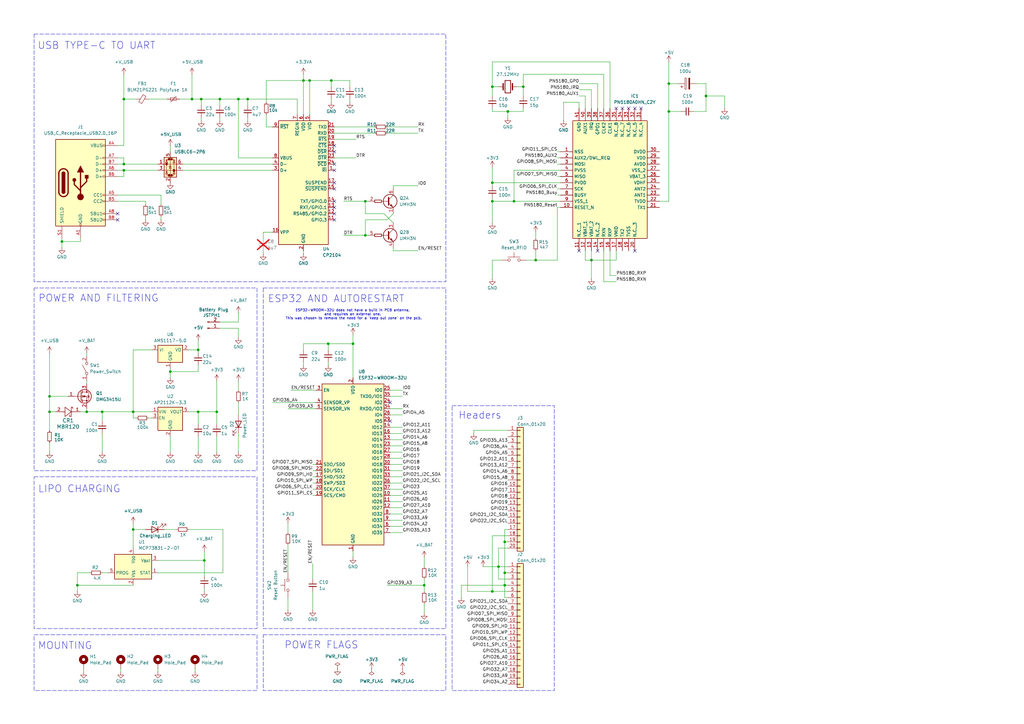
<source format=kicad_sch>
(kicad_sch (version 20231120) (generator "eeschema") (generator_version "8.0")
  (paper "A3")
  (title_block (title "ESP32 Board") (rev "1.0") (comment 1 "https://www.youtube.com/watch?v=b-7bMl6fJio") (comment 2 "https://cdn-learn.adafruit.com/assets/assets/000/041/630/original/feather_schem.png?1494449413") (comment 3 "https://dl.espressif.com/dl/schematics/ESP32-Core-Board-V2_sch.pdf"))
  (junction (at 219.71 106.68))
  (junction (at 173.99 240.03))
  (junction (at 201.93 35.56))
  (junction (at 207.01 234.95))
  (junction (at 274.32 45.72))
  (junction (at 274.32 34.29))
  (junction (at 242.57 106.68))
  (junction (at 201.93 242.57))
  (junction (at 207.01 240.03))
  (junction (at 214.63 35.56))
  (junction (at 207.01 222.25))
  (junction (at 208.28 45.72))
  (junction (at 41.91 168.91))
  (junction (at 97.79 40.64))
  (junction (at 134.62 140.97))
  (junction (at 54.61 217.17))
  (junction (at 31.75 240.03))
  (junction (at 69.85 152.4))
  (junction (at 54.61 168.91))
  (junction (at 101.6 40.64))
  (junction (at 25.4 99.06))
  (junction (at 201.93 74.93))
  (junction (at 81.28 168.91))
  (junction (at 50.8 69.85))
  (junction (at 20.32 162.56))
  (junction (at 149.86 96.52))
  (junction (at 50.8 67.31))
  (junction (at 127 33.02))
  (junction (at 144.78 140.97))
  (junction (at 20.32 168.91))
  (junction (at 82.55 40.64))
  (junction (at 201.93 82.55))
  (junction (at 81.28 143.51))
  (junction (at 88.9 168.91))
  (junction (at 135.89 33.02))
  (junction (at 149.86 82.55))
  (junction (at 204.47 232.41))
  (junction (at 289.56 39.37))
  (junction (at 124.46 33.02))
  (junction (at 50.8 40.64))
  (junction (at 83.82 229.87))
  (junction (at 210.82 82.55))
  (junction (at 78.74 40.64))
  (junction (at 35.56 168.91))
  (junction (at 90.17 40.64))
  (no_connect (at 137.16 62.23))
  (no_connect (at 260.35 44.45))
  (no_connect (at 137.16 87.63))
  (no_connect (at 137.16 77.47))
  (no_connect (at 160.02 172.72))
  (no_connect (at 257.81 44.45))
  (no_connect (at 260.35 102.87))
  (no_connect (at 245.11 102.87))
  (no_connect (at 48.26 90.17))
  (no_connect (at 48.26 87.63))
  (no_connect (at 137.16 85.09))
  (no_connect (at 137.16 59.69))
  (no_connect (at 137.16 69.85))
  (no_connect (at 137.16 67.31))
  (no_connect (at 137.16 74.93))
  (no_connect (at 237.49 102.87))
  (no_connect (at 137.16 90.17))
  (no_connect (at 262.89 44.45))
  (no_connect (at 137.16 82.55))
  (no_connect (at 160.02 165.1))
  (no_connect (at 255.27 44.45))
  (no_connect (at 252.73 44.45))
  (wire (pts (xy 81.28 139.7) (xy 81.28 143.51)))
  (wire (pts (xy 228.6 62.23) (xy 229.87 62.23)))
  (wire (pts (xy 201.93 82.55) (xy 201.93 91.44)))
  (wire (pts (xy 101.6 48.26) (xy 101.6 49.53)))
  (wire (pts (xy 143.51 40.64) (xy 143.51 41.91)))
  (wire (pts (xy 33.02 168.91) (xy 35.56 168.91)))
  (wire (pts (xy 48.26 80.01) (xy 66.04 80.01)))
  (wire (pts (xy 41.91 168.91) (xy 41.91 172.72)))
  (wire (pts (xy 173.99 237.49) (xy 173.99 240.03)))
  (wire (pts (xy 201.93 242.57) (xy 208.28 242.57)))
  (wire (pts (xy 128.27 231.14) (xy 128.27 237.49)))
  (wire (pts (xy 149.86 90.17) (xy 149.86 96.52)))
  (wire (pts (xy 219.71 106.68) (xy 228.6 106.68)))
  (wire (pts (xy 289.56 34.29) (xy 289.56 39.37)))
  (wire (pts (xy 204.47 224.79) (xy 204.47 232.41)))
  (wire (pts (xy 31.75 234.95) (xy 31.75 240.03)))
  (wire (pts (xy 88.9 168.91) (xy 88.9 173.99)))
  (wire (pts (xy 109.22 52.07) (xy 109.22 46.99)))
  (wire (pts (xy 274.32 34.29) (xy 274.32 45.72)))
  (wire (pts (xy 66.04 80.01) (xy 66.04 83.82)))
  (wire (pts (xy 124.46 140.97) (xy 124.46 143.51)))
  (wire (pts (xy 20.32 162.56) (xy 20.32 168.91)))
  (wire (pts (xy 54.61 168.91) (xy 62.23 168.91)))
  (wire (pts (xy 191.77 242.57) (xy 201.93 242.57)))
  (wire (pts (xy 90.17 132.08) (xy 97.79 132.08)))
  (wire (pts (xy 20.32 144.78) (xy 20.32 162.56)))
  (wire (pts (xy 54.61 171.45) (xy 54.61 168.91)))
  (wire (pts (xy 160.02 170.18) (xy 165.1 170.18)))
  (wire (pts (xy 54.61 143.51) (xy 62.23 143.51)))
  (wire (pts (xy 48.26 82.55) (xy 59.69 82.55)))
  (wire (pts (xy 161.29 91.44) (xy 157.48 87.63)))
  (wire (pts (xy 118.11 218.44) (xy 118.11 214.63)))
  (wire (pts (xy 25.4 99.06) (xy 25.4 101.6)))
  (wire (pts (xy 214.63 30.48) (xy 214.63 35.56)))
  (wire (pts (xy 207.01 217.17) (xy 207.01 222.25)))
  (wire (pts (xy 160.02 213.36) (xy 165.1 213.36)))
  (wire (pts (xy 77.47 143.51) (xy 81.28 143.51)))
  (wire (pts (xy 67.31 217.17) (xy 72.39 217.17)))
  (wire (pts (xy 228.6 64.77) (xy 229.87 64.77)))
  (wire (pts (xy 41.91 177.8) (xy 41.91 185.42)))
  (wire (pts (xy 201.93 45.72) (xy 201.93 44.45)))
  (wire (pts (xy 90.17 40.64) (xy 90.17 43.18)))
  (wire (pts (xy 173.99 240.03) (xy 173.99 242.57)))
  (wire (pts (xy 210.82 82.55) (xy 229.87 82.55)))
  (wire (pts (xy 160.02 162.56) (xy 165.1 162.56)))
  (wire (pts (xy 160.02 167.64) (xy 165.1 167.64)))
  (wire (pts (xy 274.32 45.72) (xy 279.4 45.72)))
  (wire (pts (xy 198.12 232.41) (xy 204.47 232.41)))
  (wire (pts (xy 228.6 80.01) (xy 229.87 80.01)))
  (wire (pts (xy 88.9 179.07) (xy 88.9 185.42)))
  (wire (pts (xy 137.16 64.77) (xy 146.05 64.77)))
  (wire (pts (xy 118.11 167.64) (xy 129.54 167.64)))
  (wire (pts (xy 149.86 82.55) (xy 149.86 87.63)))
  (wire (pts (xy 49.53 274.32) (xy 49.53 275.59)))
  (wire (pts (xy 119.38 160.02) (xy 129.54 160.02)))
  (wire (pts (xy 201.93 114.3) (xy 201.93 106.68)))
  (wire (pts (xy 20.32 162.56) (xy 27.94 162.56)))
  (wire (pts (xy 250.19 25.4) (xy 201.93 25.4)))
  (wire (pts (xy 214.63 44.45) (xy 214.63 45.72)))
  (wire (pts (xy 160.02 187.96) (xy 165.1 187.96)))
  (wire (pts (xy 160.02 208.28) (xy 165.1 208.28)))
  (wire (pts (xy 247.65 30.48) (xy 247.65 44.45)))
  (wire (pts (xy 90.17 48.26) (xy 90.17 49.53)))
  (wire (pts (xy 111.76 165.1) (xy 129.54 165.1)))
  (wire (pts (xy 158.75 54.61) (xy 171.45 54.61)))
  (wire (pts (xy 189.23 240.03) (xy 207.01 240.03)))
  (wire (pts (xy 149.86 90.17) (xy 158.75 90.17)))
  (wire (pts (xy 285.75 34.29) (xy 289.56 34.29)))
  (wire (pts (xy 60.96 40.64) (xy 68.58 40.64)))
  (wire (pts (xy 83.82 229.87) (xy 83.82 236.22)))
  (wire (pts (xy 50.8 67.31) (xy 64.77 67.31)))
  (wire (pts (xy 173.99 228.6) (xy 173.99 232.41)))
  (wire (pts (xy 201.93 68.58) (xy 201.93 74.93)))
  (wire (pts (xy 50.8 64.77) (xy 50.8 67.31)))
  (wire (pts (xy 41.91 234.95) (xy 44.45 234.95)))
  (wire (pts (xy 54.61 217.17) (xy 59.69 217.17)))
  (wire (pts (xy 81.28 144.78) (xy 81.28 143.51)))
  (wire (pts (xy 144.78 137.16) (xy 144.78 140.97)))
  (wire (pts (xy 137.16 57.15) (xy 146.05 57.15)))
  (wire (pts (xy 54.61 217.17) (xy 54.61 224.79)))
  (wire (pts (xy 212.09 35.56) (xy 214.63 35.56)))
  (wire (pts (xy 74.93 67.31) (xy 111.76 67.31)))
  (wire (pts (xy 208.28 245.11) (xy 207.01 245.11)))
  (wire (pts (xy 77.47 217.17) (xy 91.44 217.17)))
  (wire (pts (xy 245.11 34.29) (xy 245.11 44.45)))
  (wire (pts (xy 74.93 69.85) (xy 111.76 69.85)))
  (wire (pts (xy 97.79 156.21) (xy 97.79 160.02)))
  (wire (pts (xy 41.91 168.91) (xy 54.61 168.91)))
  (wire (pts (xy 69.85 152.4) (xy 69.85 154.94)))
  (wire (pts (xy 33.02 99.06) (xy 25.4 99.06)))
  (wire (pts (xy 229.87 69.85) (xy 210.82 69.85)))
  (wire (pts (xy 160.02 205.74) (xy 165.1 205.74)))
  (wire (pts (xy 201.93 106.68) (xy 205.74 106.68)))
  (wire (pts (xy 124.46 140.97) (xy 134.62 140.97)))
  (wire (pts (xy 149.86 96.52) (xy 151.13 96.52)))
  (wire (pts (xy 118.11 234.95) (xy 118.11 223.52)))
  (wire (pts (xy 54.61 143.51) (xy 54.61 168.91)))
  (wire (pts (xy 208.28 217.17) (xy 207.01 217.17)))
  (wire (pts (xy 90.17 40.64) (xy 97.79 40.64)))
  (wire (pts (xy 207.01 222.25) (xy 207.01 234.95)))
  (wire (pts (xy 35.56 167.64) (xy 35.56 168.91)))
  (wire (pts (xy 78.74 40.64) (xy 78.74 30.48)))
  (wire (pts (xy 250.19 113.03) (xy 252.73 113.03)))
  (wire (pts (xy 64.77 234.95) (xy 91.44 234.95)))
  (wire (pts (xy 270.51 82.55) (xy 274.32 82.55)))
  (wire (pts (xy 48.26 59.69) (xy 50.8 59.69)))
  (wire (pts (xy 81.28 168.91) (xy 88.9 168.91)))
  (wire (pts (xy 90.17 134.62) (xy 97.79 134.62)))
  (wire (pts (xy 128.27 193.04) (xy 129.54 193.04)))
  (wire (pts (xy 128.27 190.5) (xy 129.54 190.5)))
  (wire (pts (xy 160.02 185.42) (xy 165.1 185.42)))
  (wire (pts (xy 81.28 179.07) (xy 81.28 185.42)))
  (wire (pts (xy 97.79 165.1) (xy 97.79 170.18)))
  (wire (pts (xy 219.71 95.25) (xy 219.71 97.79)))
  (wire (pts (xy 35.56 144.78) (xy 35.56 146.05)))
  (wire (pts (xy 135.89 40.64) (xy 135.89 41.91)))
  (wire (pts (xy 289.56 39.37) (xy 289.56 45.72)))
  (wire (pts (xy 242.57 36.83) (xy 242.57 44.45)))
  (wire (pts (xy 160.02 203.2) (xy 165.1 203.2)))
  (wire (pts (xy 137.16 52.07) (xy 153.67 52.07)))
  (wire (pts (xy 107.95 102.87) (xy 107.95 104.14)))
  (wire (pts (xy 35.56 156.21) (xy 35.56 157.48)))
  (wire (pts (xy 82.55 40.64) (xy 90.17 40.64)))
  (wire (pts (xy 189.23 240.03) (xy 189.23 245.11)))
  (wire (pts (xy 204.47 237.49) (xy 204.47 232.41)))
  (wire (pts (xy 201.93 82.55) (xy 210.82 82.55)))
  (wire (pts (xy 289.56 45.72) (xy 284.48 45.72)))
  (wire (pts (xy 127 33.02) (xy 124.46 33.02)))
  (wire (pts (xy 201.93 81.28) (xy 201.93 82.55)))
  (wire (pts (xy 97.79 40.64) (xy 97.79 64.77)))
  (wire (pts (xy 160.02 193.04) (xy 165.1 193.04)))
  (wire (pts (xy 161.29 102.87) (xy 171.45 102.87)))
  (wire (pts (xy 219.71 106.68) (xy 219.71 102.87)))
  (wire (pts (xy 149.86 82.55) (xy 151.13 82.55)))
  (wire (pts (xy 73.66 40.64) (xy 78.74 40.64)))
  (wire (pts (xy 134.62 140.97) (xy 134.62 143.51)))
  (wire (pts (xy 127 33.02) (xy 127 46.99)))
  (wire (pts (xy 137.16 54.61) (xy 153.67 54.61)))
  (wire (pts (xy 201.93 74.93) (xy 201.93 76.2)))
  (wire (pts (xy 160.02 182.88) (xy 165.1 182.88)))
  (wire (pts (xy 48.26 72.39) (xy 50.8 72.39)))
  (wire (pts (xy 50.8 72.39) (xy 50.8 69.85)))
  (wire (pts (xy 80.01 274.32) (xy 80.01 275.59)))
  (wire (pts (xy 81.28 168.91) (xy 81.28 173.99)))
  (wire (pts (xy 252.73 115.57) (xy 247.65 115.57)))
  (wire (pts (xy 128.27 200.66) (xy 129.54 200.66)))
  (wire (pts (xy 124.46 30.48) (xy 124.46 33.02)))
  (wire (pts (xy 140.97 82.55) (xy 149.86 82.55)))
  (wire (pts (xy 50.8 69.85) (xy 64.77 69.85)))
  (wire (pts (xy 64.77 274.32) (xy 64.77 275.59)))
  (wire (pts (xy 107.95 95.25) (xy 111.76 95.25)))
  (wire (pts (xy 124.46 148.59) (xy 124.46 149.86)))
  (wire (pts (xy 247.65 30.48) (xy 214.63 30.48)))
  (wire (pts (xy 208.28 222.25) (xy 207.01 222.25)))
  (wire (pts (xy 242.57 102.87) (xy 242.57 106.68)))
  (wire (pts (xy 242.57 106.68) (xy 252.73 106.68)))
  (wire (pts (xy 214.63 35.56) (xy 214.63 39.37)))
  (wire (pts (xy 207.01 240.03) (xy 208.28 240.03)))
  (wire (pts (xy 201.93 25.4) (xy 201.93 35.56)))
  (wire (pts (xy 97.79 64.77) (xy 111.76 64.77)))
  (wire (pts (xy 201.93 39.37) (xy 201.93 35.56)))
  (wire (pts (xy 20.32 181.61) (xy 20.32 185.42)))
  (wire (pts (xy 128.27 242.57) (xy 128.27 250.19)))
  (wire (pts (xy 69.85 151.13) (xy 69.85 152.4)))
  (wire (pts (xy 208.28 45.72) (xy 208.28 48.26)))
  (wire (pts (xy 134.62 140.97) (xy 144.78 140.97)))
  (wire (pts (xy 107.95 95.25) (xy 107.95 97.79)))
  (wire (pts (xy 160.02 195.58) (xy 165.1 195.58)))
  (wire (pts (xy 97.79 177.8) (xy 97.79 185.42)))
  (wire (pts (xy 20.32 168.91) (xy 22.86 168.91)))
  (wire (pts (xy 240.03 106.68) (xy 242.57 106.68)))
  (wire (pts (xy 50.8 30.48) (xy 50.8 40.64)))
  (wire (pts (xy 242.57 106.68) (xy 242.57 114.3)))
  (wire (pts (xy 237.49 39.37) (xy 240.03 39.37)))
  (wire (pts (xy 59.69 82.55) (xy 59.69 83.82)))
  (wire (pts (xy 124.46 102.87) (xy 124.46 104.14)))
  (wire (pts (xy 54.61 214.63) (xy 54.61 217.17)))
  (wire (pts (xy 208.28 237.49) (xy 204.47 237.49)))
  (wire (pts (xy 31.75 234.95) (xy 36.83 234.95)))
  (wire (pts (xy 237.49 41.91) (xy 237.49 44.45)))
  (wire (pts (xy 297.18 44.45) (xy 297.18 39.37)))
  (wire (pts (xy 127 33.02) (xy 135.89 33.02)))
  (wire (pts (xy 160.02 218.44) (xy 165.1 218.44)))
  (wire (pts (xy 207.01 234.95) (xy 208.28 234.95)))
  (wire (pts (xy 60.96 171.45) (xy 62.23 171.45)))
  (wire (pts (xy 81.28 152.4) (xy 69.85 152.4)))
  (wire (pts (xy 140.97 96.52) (xy 149.86 96.52)))
  (wire (pts (xy 50.8 40.64) (xy 55.88 40.64)))
  (wire (pts (xy 173.99 247.65) (xy 173.99 251.46)))
  (wire (pts (xy 82.55 40.64) (xy 82.55 43.18)))
  (wire (pts (xy 97.79 40.64) (xy 101.6 40.64)))
  (wire (pts (xy 78.74 40.64) (xy 82.55 40.64)))
  (wire (pts (xy 128.27 195.58) (xy 129.54 195.58)))
  (wire (pts (xy 20.32 168.91) (xy 20.32 176.53)))
  (wire (pts (xy 25.4 97.79) (xy 25.4 99.06)))
  (wire (pts (xy 247.65 102.87) (xy 247.65 115.57)))
  (wire (pts (xy 160.02 160.02) (xy 165.1 160.02)))
  (wire (pts (xy 91.44 234.95) (xy 91.44 217.17)))
  (wire (pts (xy 208.28 176.53) (xy 194.31 176.53)))
  (wire (pts (xy 83.82 229.87) (xy 83.82 226.06)))
  (wire (pts (xy 160.02 198.12) (xy 165.1 198.12)))
  (wire (pts (xy 204.47 232.41) (xy 208.28 232.41)))
  (wire (pts (xy 143.51 33.02) (xy 143.51 35.56)))
  (wire (pts (xy 161.29 76.2) (xy 171.45 76.2)))
  (wire (pts (xy 34.29 274.32) (xy 34.29 275.59)))
  (wire (pts (xy 124.46 33.02) (xy 124.46 46.99)))
  (wire (pts (xy 66.04 88.9) (xy 66.04 90.17)))
  (wire (pts (xy 128.27 203.2) (xy 129.54 203.2)))
  (wire (pts (xy 149.86 87.63) (xy 157.48 87.63)))
  (wire (pts (xy 208.28 224.79) (xy 204.47 224.79)))
  (wire (pts (xy 194.31 176.53) (xy 194.31 177.8)))
  (wire (pts (xy 101.6 40.64) (xy 101.6 43.18)))
  (wire (pts (xy 228.6 85.09) (xy 229.87 85.09)))
  (wire (pts (xy 252.73 106.68) (xy 252.73 102.87)))
  (wire (pts (xy 144.78 140.97) (xy 144.78 154.94)))
  (wire (pts (xy 81.28 149.86) (xy 81.28 152.4)))
  (wire (pts (xy 88.9 156.21) (xy 88.9 168.91)))
  (wire (pts (xy 134.62 148.59) (xy 134.62 149.86)))
  (wire (pts (xy 231.14 41.91) (xy 237.49 41.91)))
  (wire (pts (xy 48.26 64.77) (xy 50.8 64.77)))
  (wire (pts (xy 191.77 232.41) (xy 191.77 242.57)))
  (wire (pts (xy 228.6 106.68) (xy 228.6 85.09)))
  (wire (pts (xy 158.75 52.07) (xy 171.45 52.07)))
  (wire (pts (xy 250.19 102.87) (xy 250.19 113.03)))
  (wire (pts (xy 160.02 200.66) (xy 165.1 200.66)))
  (wire (pts (xy 231.14 41.91) (xy 231.14 49.53)))
  (wire (pts (xy 101.6 40.64) (xy 121.92 40.64)))
  (wire (pts (xy 160.02 180.34) (xy 165.1 180.34)))
  (wire (pts (xy 33.02 97.79) (xy 33.02 99.06)))
  (wire (pts (xy 59.69 88.9) (xy 59.69 90.17)))
  (wire (pts (xy 128.27 198.12) (xy 129.54 198.12)))
  (wire (pts (xy 201.93 35.56) (xy 204.47 35.56)))
  (wire (pts (xy 215.9 106.68) (xy 219.71 106.68)))
  (wire (pts (xy 31.75 240.03) (xy 54.61 240.03)))
  (wire (pts (xy 274.32 34.29) (xy 278.13 34.29)))
  (wire (pts (xy 144.78 226.06) (xy 144.78 228.6)))
  (wire (pts (xy 82.55 48.26) (xy 82.55 49.53)))
  (wire (pts (xy 207.01 234.95) (xy 207.01 240.03)))
  (wire (pts (xy 48.26 69.85) (xy 50.8 69.85)))
  (wire (pts (xy 208.28 45.72) (xy 201.93 45.72)))
  (wire (pts (xy 135.89 33.02) (xy 143.51 33.02)))
  (wire (pts (xy 250.19 25.4) (xy 250.19 44.45)))
  (wire (pts (xy 31.75 240.03) (xy 31.75 242.57)))
  (wire (pts (xy 64.77 229.87) (xy 83.82 229.87)))
  (wire (pts (xy 50.8 59.69) (xy 50.8 40.64)))
  (wire (pts (xy 274.32 25.4) (xy 274.32 34.29)))
  (wire (pts (xy 69.85 179.07) (xy 69.85 185.42)))
  (wire (pts (xy 161.29 87.63) (xy 158.75 90.17)))
  (wire (pts (xy 160.02 175.26) (xy 165.1 175.26)))
  (wire (pts (xy 160.02 190.5) (xy 165.1 190.5)))
  (wire (pts (xy 207.01 245.11) (xy 207.01 240.03)))
  (wire (pts (xy 35.56 168.91) (xy 41.91 168.91)))
  (wire (pts (xy 97.79 134.62) (xy 97.79 138.43)))
  (wire (pts (xy 240.03 102.87) (xy 240.03 106.68)))
  (wire (pts (xy 237.49 34.29) (xy 245.11 34.29)))
  (wire (pts (xy 69.85 59.69) (xy 69.85 62.23)))
  (wire (pts (xy 121.92 40.64) (xy 121.92 46.99)))
  (wire (pts (xy 237.49 36.83) (xy 242.57 36.83)))
  (wire (pts (xy 228.6 67.31) (xy 229.87 67.31)))
  (wire (pts (xy 160.02 215.9) (xy 165.1 215.9)))
  (wire (pts (xy 208.28 45.72) (xy 214.63 45.72)))
  (wire (pts (xy 135.89 33.02) (xy 135.89 35.56)))
  (wire (pts (xy 109.22 33.02) (xy 124.46 33.02)))
  (wire (pts (xy 109.22 41.91) (xy 109.22 33.02)))
  (wire (pts (xy 161.29 76.2) (xy 161.29 77.47)))
  (wire (pts (xy 83.82 241.3) (xy 83.82 242.57)))
  (wire (pts (xy 111.76 52.07) (xy 109.22 52.07)))
  (wire (pts (xy 55.88 171.45) (xy 54.61 171.45)))
  (wire (pts (xy 228.6 72.39) (xy 229.87 72.39)))
  (wire (pts (xy 274.32 45.72) (xy 274.32 82.55)))
  (wire (pts (xy 160.02 210.82) (xy 165.1 210.82)))
  (wire (pts (xy 118.11 245.11) (xy 118.11 250.19)))
  (wire (pts (xy 229.87 74.93) (xy 201.93 74.93)))
  (wire (pts (xy 50.8 67.31) (xy 48.26 67.31)))
  (wire (pts (xy 201.93 219.71) (xy 208.28 219.71)))
  (wire (pts (xy 158.75 240.03) (xy 173.99 240.03)))
  (wire (pts (xy 228.6 77.47) (xy 229.87 77.47)))
  (wire (pts (xy 201.93 219.71) (xy 201.93 242.57)))
  (wire (pts (xy 240.03 39.37) (xy 240.03 44.45)))
  (wire (pts (xy 289.56 39.37) (xy 297.18 39.37)))
  (wire (pts (xy 161.29 101.6) (xy 161.29 102.87)))
  (wire (pts (xy 160.02 177.8) (xy 165.1 177.8)))
  (wire (pts (xy 210.82 69.85) (xy 210.82 82.55)))
  (wire (pts (xy 97.79 132.08) (xy 97.79 128.27)))
  (wire (pts (xy 77.47 168.91) (xy 81.28 168.91)))
  (rectangle (start 185.42 166.37) (end 227.33 283.21) (stroke (width 0) (type dash)))
  (rectangle (start 107.95 260.35) (end 182.88 283.21) (stroke (width 0) (type dash)))
  (rectangle (start 13.97 195.58) (end 105.41 257.81) (stroke (width 0) (type dash)))
  (rectangle (start 13.97 260.35) (end 105.41 283.21) (stroke (width 0) (type dash)))
  (rectangle (start 107.95 118.11) (end 182.88 257.81) (stroke (width 0) (type dash)))
  (rectangle (start 13.97 13.97) (end 182.88 115.57) (stroke (width 0) (type dash)))
  (rectangle (start 13.97 118.11) (end 105.41 193.04) (stroke (width 0) (type dash)))
  (text "LIPO CHARGING" (at 32.512 200.66 0) (effects (font (size 2.921 2.921))))
  (text "Headers" (at 196.85 170.434 0) (effects (font (size 2.921 2.921))))
  (text "ESP32-WROOM-32U does not have a built in PCB antenna, \nand requires an external one. \nThis was chosen to remove the need for a 'keep out zone' on the pcb." (at 145.034 129.032 0) (effects (font (size 1.016 1.016))))
  (text "USB TYPE-C TO UART" (at 39.624 18.796 0) (effects (font (size 2.921 2.921))))
  (text "ESP32 AND AUTORESTART" (at 137.922 122.682 0) (effects (font (size 2.921 2.921))))
  (text "POWER FLAGS" (at 131.826 264.668 0) (effects (font (size 2.921 2.921))))
  (text "MOUNTING" (at 26.67 264.922 0) (effects (font (size 2.921 2.921))))
  (text "POWER AND FILTERING" (at 40.386 122.428 0) (effects (font (size 2.921 2.921))))
  (label "GPIO11_SPI_CS" (at 208.28 265.43 180))
  (label "GPIO27_A10" (at 165.1 208.28 0))
  (label "GPIO25_A1" (at 208.28 267.97 180))
  (label "DTR" (at 146.05 64.77 0))
  (label "GPIO09_SPI_HD" (at 208.28 257.81 180))
  (label "RTS" (at 140.97 82.55 0))
  (label "GPIO32_A7" (at 208.28 275.59 180))
  (label "GPIO36_A4" (at 111.76 165.1 0))
  (label "GPIO34_A2" (at 165.1 215.9 0))
  (label "GPIO19" (at 165.1 193.04 0))
  (label "GPIO26_A0" (at 165.1 205.74 0))
  (label "GPIO18" (at 165.1 190.5 0))
  (label "EN{slash}RESET" (at 119.38 160.02 0))
  (label "GPIO4_A5" (at 165.1 170.18 0))
  (label "GPIO09_SPI_HD" (at 128.27 195.58 180))
  (label "EN{slash}RESET" (at 128.27 231.14 90))
  (label "PN5180_IRQ" (at 237.49 36.83 180))
  (label "GPIO14_A6" (at 165.1 180.34 0))
  (label "GPIO10_SPI_WP" (at 128.27 198.12 180))
  (label "GPIO08_SPI_MOSI" (at 208.28 255.27 180))
  (label "RTS" (at 146.05 57.15 0))
  (label "GPIO4_A5" (at 208.28 186.69 180))
  (label "GPIO39_A3" (at 118.11 167.64 0))
  (label "GPIO07_SPI_MISO" (at 228.6 72.39 180))
  (label "GPIO11_SPI_CS" (at 128.27 203.2 180))
  (label "GPIO13_A12" (at 165.1 177.8 0))
  (label "GPIO22_I2C_SCL" (at 208.28 250.19 180))
  (label "GPIO21_I2C_SDA" (at 165.1 195.58 0))
  (label "GPIO07_SPI_MISO" (at 208.28 252.73 180))
  (label "GPIO18" (at 208.28 204.47 180))
  (label "GPIO08_SPI_MOSI" (at 128.27 193.04 180))
  (label "GPIO06_SPI_CLK" (at 228.6 77.47 180))
  (label "GPIO17" (at 165.1 187.96 0))
  (label "RX" (at 171.45 52.07 0))
  (label "GPIO14_A6" (at 208.28 194.31 180))
  (label "PN5180_AUX1" (at 237.49 39.37 180))
  (label "GPIO34_A2" (at 208.28 280.67 180))
  (label "PN5180_GP0" (at 237.49 34.29 180))
  (label "GPIO15_A8" (at 208.28 196.85 180))
  (label "GPIO16" (at 208.28 199.39 180))
  (label "GPIO21_I2C_SDA" (at 208.28 247.65 180))
  (label "DTR" (at 140.97 96.52 0))
  (label "GPIO16" (at 165.1 185.42 0))
  (label "GPIO12_A11" (at 208.28 189.23 180))
  (label "GPIO06_SPI_CLK" (at 128.27 200.66 180))
  (label "GPIO27_A10" (at 208.28 273.05 180))
  (label "GPIO10_SPI_WP" (at 208.28 260.35 180))
  (label "IO0" (at 171.45 76.2 0))
  (label "GPIO07_SPI_MISO" (at 128.27 190.5 180))
  (label "RX" (at 165.1 167.64 0))
  (label "EN{slash}RESET" (at 118.11 234.95 90))
  (label "GPIO22_I2C_SCL" (at 165.1 198.12 0))
  (label "GPIO25_A1" (at 165.1 203.2 0))
  (label "GPIO35_A13" (at 208.28 181.61 180))
  (label "TX" (at 165.1 162.56 0))
  (label "GPIO39_A3" (at 158.75 240.03 0))
  (label "GPIO13_A12" (at 208.28 191.77 180))
  (label "GPIO17" (at 208.28 201.93 180))
  (label "GPIO06_SPI_CLK" (at 208.28 262.89 180))
  (label "GPIO12_A11" (at 165.1 175.26 0))
  (label "GPIO21_I2C_SDA" (at 208.28 212.09 180))
  (label "GPIO36_A4" (at 208.28 184.15 180))
  (label "GPIO08_SPI_MOSI" (at 228.6 67.31 180))
  (label "PN5180_RXN" (at 252.73 115.57 0))
  (label "GPIO26_A0" (at 208.28 270.51 180))
  (label "IO0" (at 165.1 160.02 0))
  (label "GPIO11_SPI_CS" (at 228.6 62.23 180))
  (label "GPIO33_A9" (at 165.1 213.36 0))
  (label "GPIO33_A9" (at 208.28 278.13 180))
  (label "GPIO23" (at 165.1 200.66 0))
  (label "GPIO19" (at 208.28 207.01 180))
  (label "TX" (at 171.45 54.61 0))
  (label "GPIO32_A7" (at 165.1 210.82 0))
  (label "GPIO15_A8" (at 165.1 182.88 0))
  (label "PN5180_AUX2" (at 228.6 64.77 180))
  (label "PN5180_Reset" (at 228.6 85.09 180))
  (label "GPIO35_A13" (at 165.1 218.44 0))
  (label "GPIO23" (at 208.28 209.55 180))
  (label "PN5180_RXP" (at 252.73 113.03 0))
  (label "GPIO22_I2C_SCL" (at 208.28 214.63 180))
  (label "PN5180_Busy" (at 228.6 80.01 180))
  (label "EN{slash}RESET" (at 171.45 102.87 0))
  (symbol (lib_id "Device:R_Small") (at 66.04 86.36 0) (unit 1)
    (property "Reference" "R5" (at 67.056 85.344 0) (effects (justify left)))
    (property "Value" "5k1" (at 67.056 87.122 0) (effects (justify left)))
    (property "Footprint" "Resistor_THT:R_Axial_DIN0207_L6.3mm_D2.5mm_P10.16mm_Horizontal" (effects (hide yes)))
    (property "Description" "Resistor, small symbol" (effects (hide yes)))
  )
  (symbol (lib_id "power:GND") (at 69.85 154.94 0) (unit 1)
    (property "Reference" "#PWR062" (effects (hide yes)))
    (property "Value" "GND" (at 69.85 158.75 0))
    (property "Description" "Power symbol creates a global label with name \"GND\" , ground" (effects (hide yes)))
  )
  (symbol (lib_id "Device:R_Small") (at 97.79 162.56 0) (unit 1)
    (property "Reference" "R7" (at 99.06 161.544 0) (effects (justify left)))
    (property "Value" "1K" (at 99.314 163.576 0) (effects (justify left)))
    (property "Footprint" "Resistor_THT:R_Axial_DIN0207_L6.3mm_D2.5mm_P10.16mm_Horizontal" (effects (hide yes)))
    (property "Description" "Resistor, small symbol" (effects (hide yes)))
  )
  (symbol (lib_id "Regulator_Linear:AP2112K-3.3") (at 69.85 171.45 0) (unit 1)
    (property "Reference" "U2" (at 69.85 162.56 0))
    (property "Value" "AP2112K-3.3" (at 69.85 165.1 0))
    (property "Footprint" "Package_TO_SOT_SMD:SOT-23-5" (effects (hide yes)))
    (property "Datasheet" "https://www.diodes.com/assets/Datasheets/AP2112.pdf" (effects (hide yes)))
    (property "Description" "600mA low dropout linear regulator, with enable pin, 3.8V-6V input voltage range, 3.3V fixed positive output, SOT-23-5" (effects (hide yes)))
  )
  (symbol (lib_id "power:GND") (at 144.78 228.6 0) (unit 1)
    (property "Reference" "#PWR042" (effects (hide yes)))
    (property "Value" "GND" (at 144.78 232.41 0))
  )
  (symbol (lib_id "power:GND") (at 135.89 41.91 0) (unit 1)
    (property "Reference" "#PWR038" (effects (hide yes)))
    (property "Value" "GND" (at 135.89 45.72 0))
    (property "Description" "Power symbol creates a global label with name \"GND\" , ground" (effects (hide yes)))
  )
  (symbol (lib_id "power:GND") (at 31.75 242.57 0) (unit 1)
    (property "Reference" "#PWR03" (effects (hide yes)))
    (property "Value" "GND" (at 31.75 246.38 0))
  )
  (symbol (lib_id "Switch:SW_Push") (at 118.11 240.03 90) (unit 1)
    (property "Reference" "SW2" (at 110.49 240.03 0))
    (property "Value" "Reset Button" (at 113.03 240.03 0))
    (property "Footprint" "Button_Switch_THT:SW_PUSH-12mm" (effects (hide yes)))
    (property "Description" "Push button switch, generic, two pins" (effects (hide yes)))
  )
  (symbol (lib_id "Device:C_Small") (at 281.94 45.72 90) (unit 1)
    (property "Reference" "C19" (at 281.9463 39.37 90))
    (property "Value" "100n" (at 281.9463 41.91 90))
  )
  (symbol (lib_id "power:PWR_FLAG") (at 165.1 274.32 180) (unit 1)
    (property "Reference" "#FLG03" (effects (hide yes)))
    (property "Value" "PWR_FLAG" (at 165.1 279.4 0))
  )
  (symbol (lib_id "power:+BATT") (at 173.99 228.6 0) (unit 1)
    (property "Reference" "#PWR043" (effects (hide yes)))
    (property "Value" "+V_BAT" (at 173.99 223.52 0))
    (property "Description" "Power symbol creates a global label with name \"+BATT\"" (effects (hide yes)))
  )
  (symbol (lib_id "power:GND") (at 208.28 48.26 0) (unit 1)
    (property "Reference" "#PWR051" (effects (hide yes)))
    (property "Value" "GND" (at 208.28 52.07 0))
  )
  (symbol (lib_id "Device:R_Small") (at 109.22 44.45 0) (unit 1)
    (property "Reference" "R8" (at 110.236 43.434 0) (effects (justify left)))
    (property "Value" "10k" (at 110.236 45.212 0) (effects (justify left)))
    (property "Footprint" "Resistor_THT:R_Axial_DIN0207_L6.3mm_D2.5mm_P10.16mm_Horizontal" (effects (hide yes)))
    (property "Description" "Resistor, small symbol" (effects (hide yes)))
  )
  (symbol (lib_id "Device:C_Small") (at 81.28 176.53 0) (unit 1)
    (property "Reference" "C2" (at 83.058 175.26 0) (effects (justify left)))
    (property "Value" "10u" (at 83.058 177.8 0) (effects (justify left)))
    (property "Description" "Unpolarized capacitor, small symbol" (effects (hide yes)))
  )
  (symbol (lib_id "power:GND") (at 34.29 275.59 0) (unit 1)
    (property "Reference" "#PWR05" (effects (hide yes)))
    (property "Value" "GND" (at 34.29 279.4 0))
    (property "Description" "Power symbol creates a global label with name \"GND\" , ground" (effects (hide yes)))
  )
  (symbol (lib_id "Device:C_Small") (at 107.95 100.33 0) (unit 1) (in_bom no) (on_board no) (dnp yes)
    (property "Reference" "C8" (at 109.728 99.06 0) (effects (justify left)))
    (property "Value" "4u7" (at 109.728 101.6 0) (effects (justify left)))
    (property "Footprint" "Capacitor_SMD:C_0805_2012Metric_Pad1.18x1.45mm_HandSolder" (effects (hide yes)))
    (property "Description" "Unpolarized capacitor, small symbol" (effects (hide yes)))
  )
  (symbol (lib_id "Connector:Conn_01x02_Pin") (at 85.09 134.62 0) (mirror x) (unit 1)
    (property "Reference" "JSTPH1" (at 86.868 129.286 0))
    (property "Value" "Battery Plug" (at 87.63 127 0))
    (property "Footprint" "Connector_JST:JST_PH_S2B-PH-K_1x02_P2.00mm_Horizontal" (effects (hide yes)))
    (property "Description" "Generic connector, single row, 01x02, script generated" (effects (hide yes)))
  )
  (symbol (lib_id "power:+5VP") (at 54.61 214.63 0) (unit 1)
    (property "Reference" "#PWR09" (effects (hide yes)))
    (property "Value" "+V_USB" (at 54.61 209.55 0))
    (property "Description" "Power symbol creates a global label with name \"+5VP\"" (effects (hide yes)))
  )
  (symbol (lib_id "power:GND") (at 66.04 90.17 0) (unit 1)
    (property "Reference" "#PWR013" (effects (hide yes)))
    (property "Value" "GND" (at 66.04 93.98 0))
    (property "Description" "Power symbol creates a global label with name \"GND\" , ground" (effects (hide yes)))
  )
  (symbol (lib_id "Device:R_Small") (at 74.93 217.17 270) (unit 1)
    (property "Reference" "R6" (at 73.279 215.011 90) (effects (justify left)))
    (property "Value" "1K" (at 73.787 219.329 90) (effects (justify left)))
    (property "Footprint" "Resistor_THT:R_Axial_DIN0207_L6.3mm_D2.5mm_P10.16mm_Horizontal" (effects (hide yes)))
    (property "Description" "Resistor, small symbol" (effects (hide yes)))
  )
  (symbol (lib_id "Transistor_BJT:UMH3N") (at 156.21 96.52 0) (unit 2)
    (property "Reference" "Q2" (at 163.83 95.2499 0) (effects (justify left)))
    (property "Value" "UMH3N" (at 163.83 97.7899 0) (effects (justify left)))
    (property "Footprint" "Package_TO_SOT_SMD:SOT-363_SC-70-6" (effects (hide yes)))
    (property "Datasheet" "http://rohmfs.rohm.com/en/products/databook/datasheet/discrete/transistor/digital/emh3t2r-e.pdf" (effects (hide yes)))
    (property "Description" "0.1A Ic, 50V Vce, Dual NPN Input Resistor Transistors, SOT-363" (effects (hide yes)))
  )
  (symbol (lib_id "Mechanical:MountingHole_Pad") (at 49.53 271.78 0) (unit 1)
    (property "Reference" "H2" (at 52.07 269.2399 0) (effects (justify left)))
    (property "Value" "Hole_Pad" (at 52.07 271.7799 0) (effects (justify left)))
    (property "Footprint" "MountingHole:MountingHole_2.2mm_M2_Pad_Via" (effects (hide yes)))
    (property "Description" "Mounting Hole with connection" (effects (hide yes)))
  )
  (symbol (lib_id "power:GND") (at 173.99 251.46 0) (unit 1)
    (property "Reference" "#PWR044" (effects (hide yes)))
    (property "Value" "GND" (at 173.99 255.27 0))
  )
  (symbol (lib_id "power:+BATT") (at 83.82 226.06 0) (unit 1)
    (property "Reference" "#PWR021" (effects (hide yes)))
    (property "Value" "+V_BAT" (at 83.82 220.98 0))
    (property "Description" "Power symbol creates a global label with name \"+BATT\"" (effects (hide yes)))
  )
  (symbol (lib_id "Device:C_Small") (at 128.27 240.03 0) (unit 1)
    (property "Reference" "C10" (at 130.81 238.7662 0) (effects (justify left)))
    (property "Value" "1u" (at 130.81 241.3062 0) (effects (justify left)))
  )
  (symbol (lib_id "Mechanical:MountingHole_Pad") (at 34.29 271.78 0) (unit 1)
    (property "Reference" "H1" (at 36.83 269.2399 0) (effects (justify left)))
    (property "Value" "Hole_Pad" (at 36.83 271.7799 0) (effects (justify left)))
    (property "Footprint" "MountingHole:MountingHole_2.2mm_M2_Pad_Via" (effects (hide yes)))
    (property "Description" "Mounting Hole with connection" (effects (hide yes)))
  )
  (symbol (lib_id "Device:C_Small") (at 41.91 175.26 0) (mirror y) (unit 1)
    (property "Reference" "C1" (at 40.132 173.99 0) (effects (justify left)))
    (property "Value" "100n" (at 40.132 176.53 0) (effects (justify left)))
    (property "Description" "Unpolarized capacitor, small symbol" (effects (hide yes)))
  )
  (symbol (lib_id "power:GND") (at 82.55 49.53 0) (unit 1)
    (property "Reference" "#PWR020" (effects (hide yes)))
    (property "Value" "GND" (at 82.55 53.34 0))
    (property "Description" "Power symbol creates a global label with name \"GND\" , ground" (effects (hide yes)))
  )
  (symbol (lib_id "power:GND") (at 97.79 185.42 0) (unit 1)
    (property "Reference" "#PWR027" (effects (hide yes)))
    (property "Value" "GND" (at 97.79 189.23 0))
    (property "Description" "Power symbol creates a global label with name \"GND\" , ground" (effects (hide yes)))
  )
  (symbol (lib_id "power:GND") (at 107.95 104.14 0) (unit 1)
    (property "Reference" "#PWR031" (effects (hide yes)))
    (property "Value" "GND" (at 107.95 107.95 0))
    (property "Description" "Power symbol creates a global label with name \"GND\" , ground" (effects (hide yes)))
  )
  (symbol (lib_id "power:+3.3V") (at 274.32 25.4 0) (unit 1)
    (property "Reference" "#PWR060" (effects (hide yes)))
    (property "Value" "+5V" (at 274.32 21.59 0))
  )
  (symbol (lib_id "Device:C_Small") (at 134.62 146.05 0) (unit 1)
    (property "Reference" "C12" (at 137.16 144.7863 0) (effects (justify left)))
    (property "Value" "100n" (at 137.16 147.3263 0) (effects (justify left)))
  )
  (symbol (lib_id "power:GND") (at 41.91 185.42 0) (unit 1)
    (property "Reference" "#PWR07" (effects (hide yes)))
    (property "Value" "GND" (at 41.91 189.23 0))
    (property "Description" "Power symbol creates a global label with name \"GND\" , ground" (effects (hide yes)))
  )
  (symbol (lib_id "Switch:SW_Push") (at 210.82 106.68 0) (unit 1)
    (property "Reference" "SW3" (at 210.82 99.06 0))
    (property "Value" "Reset_RFID" (at 210.82 101.6 0))
    (property "Description" "Push button switch, generic, two pins" (effects (hide yes)))
  )
  (symbol (lib_id "power:PWR_FLAG") (at 138.43 274.32 0) (unit 1)
    (property "Reference" "#FLG01" (effects (hide yes)))
    (property "Value" "PWR_FLAG" (at 133.35 269.24 0) (effects (justify left)))
  )
  (symbol (lib_id "Device:C_Small") (at 201.93 41.91 0) (unit 1)
    (property "Reference" "C16" (at 204.47 40.6462 0) (effects (justify left)))
    (property "Value" "15p" (at 204.47 43.1862 0) (effects (justify left)))
  )
  (symbol (lib_id "power:GND") (at 80.01 275.59 0) (unit 1)
    (property "Reference" "#PWR015" (effects (hide yes)))
    (property "Value" "GND" (at 80.01 279.4 0))
    (property "Description" "Power symbol creates a global label with name \"GND\" , ground" (effects (hide yes)))
  )
  (symbol (lib_id "power:PWR_FLAG") (at 152.4 274.32 180) (unit 1)
    (property "Reference" "#FLG02" (effects (hide yes)))
    (property "Value" "PWR_FLAG" (at 152.4 279.4 0))
  )
  (symbol (lib_id "Transistor_BJT:UMH3N") (at 156.21 82.55 0) (unit 1)
    (property "Reference" "Q2" (at 163.83 81.2799 0) (effects (justify left)))
    (property "Value" "UMH3N" (at 163.83 83.8199 0) (effects (justify left)))
    (property "Footprint" "Package_TO_SOT_SMD:SOT-363_SC-70-6" (effects (hide yes)))
    (property "Datasheet" "http://rohmfs.rohm.com/en/products/databook/datasheet/discrete/transistor/digital/emh3t2r-e.pdf" (effects (hide yes)))
    (property "Description" "0.1A Ic, 50V Vce, Dual NPN Input Resistor Transistors, SOT-363" (effects (hide yes)))
  )
  (symbol (lib_id "power:GND") (at 101.6 49.53 0) (unit 1)
    (property "Reference" "#PWR028" (effects (hide yes)))
    (property "Value" "GND" (at 101.6 53.34 0))
    (property "Description" "Power symbol creates a global label with name \"GND\" , ground" (effects (hide yes)))
  )
  (symbol (lib_id "power:+5V") (at 69.85 59.69 0) (unit 1)
    (property "Reference" "#PWR016" (effects (hide yes)))
    (property "Value" "+5V_USB" (at 65.532 55.118 0) (effects (justify left)))
    (property "Description" "Power symbol creates a global label with name \"+5V\"" (effects (hide yes)))
  )
  (symbol (lib_id "Device:C_Small") (at 143.51 38.1 0) (unit 1)
    (property "Reference" "C13" (at 145.288 36.83 0) (effects (justify left)))
    (property "Value" "100n" (at 145.288 39.37 0) (effects (justify left)))
    (property "Description" "Unpolarized capacitor, small symbol" (effects (hide yes)))
  )
  (symbol (lib_id "Device:LED") (at 97.79 173.99 270) (mirror x) (unit 1)
    (property "Reference" "D2" (at 95.123 172.593 0) (effects (justify right)))
    (property "Value" "Power_LED" (at 100.33 169.418 0) (effects (justify right)))
    (property "Footprint" "LED_THT:LED_D5.0mm" (effects (hide yes)))
    (property "Description" "Light emitting diode" (effects (hide yes)))
  )
  (symbol (lib_id "power:GND") (at 124.46 104.14 0) (unit 1)
    (property "Reference" "#PWR035" (effects (hide yes)))
    (property "Value" "GND" (at 124.46 107.95 0))
    (property "Description" "Power symbol creates a global label with name \"GND\" , ground" (effects (hide yes)))
  )
  (symbol (lib_id "power:GND") (at 242.57 114.3 0) (unit 1)
    (property "Reference" "#PWR050" (effects (hide yes)))
    (property "Value" "GND" (at 242.57 118.11 0))
  )
  (symbol (lib_id "power:GND") (at 59.69 90.17 0) (unit 1)
    (property "Reference" "#PWR012" (effects (hide yes)))
    (property "Value" "GND" (at 59.69 93.98 0))
    (property "Description" "Power symbol creates a global label with name \"GND\" , ground" (effects (hide yes)))
  )
  (symbol (lib_id "Device:C_Small") (at 82.55 45.72 0) (unit 1)
    (property "Reference" "C3" (at 84.328 44.45 0) (effects (justify left)))
    (property "Value" "22u" (at 84.328 46.99 0) (effects (justify left)))
    (property "Description" "Unpolarized capacitor, small symbol" (effects (hide yes)))
  )
  (symbol (lib_id "MBR120:MBR120LSFT3G") (at 22.86 168.91 0) (unit 1)
    (property "Reference" "CR1" (at 27.94 172.466 0) (effects (font (size 1.524 1.524))))
    (property "Value" "MBR120" (at 27.94 175.006 0) (effects (font (size 1.524 1.524))))
    (property "Footprint" "MBR120:SDO_SOD-123FL498_OSI" (effects (hide yes)))
    (property "Datasheet" "MBR120LSFT3G" (effects (hide yes)))
  )
  (symbol (lib_id "power:GND") (at 124.46 149.86 0) (unit 1)
    (property "Reference" "#PWR036" (effects (hide yes)))
    (property "Value" "GND" (at 124.46 153.67 0))
  )
  (symbol (lib_id "Device:Crystal") (at 208.28 35.56 0) (unit 1)
    (property "Reference" "Y1" (at 208.28 27.94 0))
    (property "Value" "27.12MHz" (at 208.28 30.48 0))
    (property "Description" "Two pin crystal" (effects (hide yes)))
  )
  (symbol (lib_id "power:GND") (at 97.79 138.43 0) (unit 1)
    (property "Reference" "#PWR030" (effects (hide yes)))
    (property "Value" "GND" (at 97.79 142.24 0))
    (property "Description" "Power symbol creates a global label with name \"GND\" , ground" (effects (hide yes)))
  )
  (symbol (lib_id "power:+3.3V") (at 201.93 68.58 0) (unit 1)
    (property "Reference" "#PWR048" (effects (hide yes)))
    (property "Value" "+3V3" (at 201.93 64.77 0))
  )
  (symbol (lib_id "Device:R_Small") (at 156.21 52.07 90) (unit 1)
    (property "Reference" "R10" (at 154.432 51.054 90) (effects (justify left)))
    (property "Value" "22R" (at 162.052 51.054 90) (effects (justify left)))
    (property "Footprint" "Resistor_THT:R_Axial_DIN0207_L6.3mm_D2.5mm_P10.16mm_Horizontal" (effects (hide yes)))
    (property "Description" "Resistor, small symbol" (effects (hide yes)))
  )
  (symbol (lib_id "Interface_USB:CP2104") (at 124.46 74.93 0) (unit 1)
    (property "Reference" "U4" (at 132.334 102.108 0) (effects (justify left)))
    (property "Value" "CP2104" (at 132.334 104.648 0) (effects (justify left)))
    (property "Footprint" "Package_DFN_QFN:QFN-24-1EP_4x4mm_P0.5mm_EP2.6x2.6mm" (effects (hide yes)))
    (property "Datasheet" "https://www.silabs.com/documents/public/data-sheets/cp2104.pdf" (effects (hide yes)))
    (property "Description" "Single-Chip USB-to-UART Bridge, USB 2.0 Full-Speed, 2Mbps UART, QFN-24" (effects (hide yes)))
  )
  (symbol (lib_id "power:+BATT") (at 35.56 144.78 0) (unit 1)
    (property "Reference" "#PWR06" (effects (hide yes)))
    (property "Value" "+V_BAT" (at 35.56 139.7 0))
    (property "Description" "Power symbol creates a global label with name \"+BATT\"" (effects (hide yes)))
  )
  (symbol (lib_id "power:+3.3V") (at 144.78 137.16 0) (unit 1)
    (property "Reference" "#PWR041" (effects (hide yes)))
    (property "Value" "+3V3" (at 144.78 133.35 0))
  )
  (symbol (lib_id "power:+5VP") (at 50.8 30.48 0) (unit 1)
    (property "Reference" "#PWR010" (effects (hide yes)))
    (property "Value" "+V_USB" (at 50.8 25.4 0))
    (property "Description" "Power symbol creates a global label with name \"+5VP\"" (effects (hide yes)))
  )
  (symbol (lib_id "Device:C_Polarized") (at 281.94 34.29 90) (unit 1)
    (property "Reference" "C18" (at 281.051 26.67 90))
    (property "Value" "100u" (at 281.051 29.21 90))
    (property "Description" "Polarized capacitor" (effects (hide yes)))
  )
  (symbol (lib_id "power:GND") (at 189.23 245.11 0) (unit 1)
    (property "Reference" "#PWR055" (effects (hide yes)))
    (property "Value" "GND" (at 189.23 248.92 0))
  )
  (symbol (lib_id "Device:R_Small") (at 20.32 179.07 0) (unit 1)
    (property "Reference" "R1" (at 22.225 178.435 0) (effects (justify left)))
    (property "Value" "10K" (at 22.225 180.34 0) (effects (justify left)))
    (property "Footprint" "Resistor_THT:R_Axial_DIN0207_L6.3mm_D2.5mm_P10.16mm_Horizontal" (effects (hide yes)))
  )
  (symbol (lib_id "Device:C_Small") (at 101.6 45.72 0) (unit 1)
    (property "Reference" "C7" (at 103.378 44.45 0) (effects (justify left)))
    (property "Value" "4u7" (at 103.378 46.99 0) (effects (justify left)))
    (property "Description" "Unpolarized capacitor, small symbol" (effects (hide yes)))
  )
  (symbol (lib_id "power:+3.3V") (at 165.1 274.32 0) (unit 1)
    (property "Reference" "#PWR057" (effects (hide yes)))
    (property "Value" "+5V" (at 165.1 270.51 0))
  )
  (symbol (lib_id "power:GND") (at 90.17 49.53 0) (unit 1)
    (property "Reference" "#PWR025" (effects (hide yes)))
    (property "Value" "GND" (at 90.17 53.34 0))
    (property "Description" "Power symbol creates a global label with name \"GND\" , ground" (effects (hide yes)))
  )
  (symbol (lib_id "Device:C_Small") (at 214.63 41.91 0) (unit 1)
    (property "Reference" "C17" (at 217.17 40.6462 0) (effects (justify left)))
    (property "Value" "15p" (at 217.17 43.1862 0) (effects (justify left)))
  )
  (symbol (lib_id "Regulator_Linear:AMS1117-5.0") (at 69.85 143.51 0) (unit 1)
    (property "Reference" "U6" (at 69.85 137.16 0))
    (property "Value" "AMS1117-5.0" (at 69.85 139.7 0))
    (property "Footprint" "Package_TO_SOT_SMD:SOT-223-3_TabPin2" (effects (hide yes)))
    (property "Datasheet" "http://www.advanced-monolithic.com/pdf/ds1117.pdf" (effects (hide yes)))
    (property "Description" "1A Low Dropout regulator, positive, 5.0V fixed output, SOT-223" (effects (hide yes)))
  )
  (symbol (lib_id "Device:C_Small") (at 88.9 176.53 0) (unit 1)
    (property "Reference" "C5" (at 90.678 175.26 0) (effects (justify left)))
    (property "Value" "1u" (at 90.678 177.8 0) (effects (justify left)))
    (property "Description" "Unpolarized capacitor, small symbol" (effects (hide yes)))
  )
  (symbol (lib_id "power:GND") (at 138.43 274.32 0) (unit 1)
    (property "Reference" "#PWR045" (effects (hide yes)))
    (property "Value" "GND" (at 138.43 279.4 0))
  )
  (symbol (lib_id "power:GND") (at 201.93 91.44 0) (unit 1)
    (property "Reference" "#PWR049" (effects (hide yes)))
    (property "Value" "GND" (at 201.93 95.25 0))
  )
  (symbol (lib_id "power:+BATT") (at 97.79 128.27 0) (unit 1)
    (property "Reference" "#PWR029" (effects (hide yes)))
    (property "Value" "+V_BAT" (at 97.79 123.19 0))
    (property "Description" "Power symbol creates a global label with name \"+BATT\"" (effects (hide yes)))
  )
  (symbol (lib_id "power:GND") (at 118.11 250.19 0) (unit 1)
    (property "Reference" "#PWR033" (effects (hide yes)))
    (property "Value" "GND" (at 118.11 254 0))
  )
  (symbol (lib_id "power:GND") (at 194.31 177.8 0) (unit 1)
    (property "Reference" "#PWR058" (effects (hide yes)))
    (property "Value" "GND" (at 194.31 181.61 0))
  )
  (symbol (lib_id "Device:C_Small") (at 135.89 38.1 0) (unit 1)
    (property "Reference" "C11" (at 137.668 36.83 0) (effects (justify left)))
    (property "Value" "22u" (at 137.668 39.37 0) (effects (justify left)))
    (property "Description" "Unpolarized capacitor, small symbol" (effects (hide yes)))
  )
  (symbol (lib_id "power:GND") (at 20.32 185.42 0) (unit 1)
    (property "Reference" "#PWR02" (effects (hide yes)))
    (property "Value" "GND" (at 20.32 189.23 0))
    (property "Description" "Power symbol creates a global label with name \"GND\" , ground" (effects (hide yes)))
  )
  (symbol (lib_id "Device:C_Small") (at 124.46 146.05 0) (unit 1)
    (property "Reference" "C9" (at 127.635 144.7863 0) (effects (justify left)))
    (property "Value" "22u" (at 127.635 147.3263 0) (effects (justify left)))
  )
  (symbol (lib_id "power:+3.3V") (at 88.9 156.21 0) (unit 1)
    (property "Reference" "#PWR023" (effects (hide yes)))
    (property "Value" "+3V3" (at 88.9 151.638 0))
  )
  (symbol (lib_id "power:+5V") (at 78.74 30.48 0) (unit 1)
    (property "Reference" "#PWR019" (effects (hide yes)))
    (property "Value" "+5V_USB" (at 74.422 25.4 0) (effects (justify left)))
    (property "Description" "Power symbol creates a global label with name \"+5V\"" (effects (hide yes)))
  )
  (symbol (lib_id "Device:R_Small") (at 173.99 245.11 0) (unit 1)
    (property "Reference" "R13" (at 175.26 244.094 0) (effects (justify left)))
    (property "Value" "10K" (at 175.514 246.126 0) (effects (justify left)))
    (property "Footprint" "Resistor_THT:R_Axial_DIN0207_L6.3mm_D2.5mm_P10.16mm_Horizontal" (effects (hide yes)))
    (property "Description" "Resistor, small symbol" (effects (hide yes)))
  )
  (symbol (lib_id "power:+3.3V") (at 118.11 214.63 0) (unit 1)
    (property "Reference" "#PWR032" (effects (hide yes)))
    (property "Value" "+3V3" (at 118.11 210.82 0))
  )
  (symbol (lib_id "Connector_Generic:Conn_01x20") (at 213.36 255.27 0) (unit 1)
    (property "Reference" "J2" (at 212.09 227.33 0) (effects (justify left)))
    (property "Value" "Conn_01x20" (at 212.09 229.87 0) (effects (justify left)))
    (property "Footprint" "Connector_PinSocket_2.54mm:PinSocket_1x20_P2.54mm_Vertical" (effects (hide yes)))
    (property "Description" "Generic connector, single row, 01x20, script generated (kicad-library-utils/schlib/autogen/connector/)" (effects (hide yes)))
  )
  (symbol (lib_id "power:GND") (at 81.28 185.42 0) (unit 1)
    (property "Reference" "#PWR018" (effects (hide yes)))
    (property "Value" "GND" (at 81.28 189.23 0))
    (property "Description" "Power symbol creates a global label with name \"GND\" , ground" (effects (hide yes)))
  )
  (symbol (lib_id "Connector_Generic:Conn_01x20") (at 213.36 199.39 0) (unit 1)
    (property "Reference" "J3" (at 212.09 171.45 0) (effects (justify left)))
    (property "Value" "Conn_01x20" (at 212.09 173.99 0) (effects (justify left)))
    (property "Footprint" "Connector_PinSocket_2.54mm:PinSocket_1x20_P2.54mm_Vertical" (effects (hide yes)))
    (property "Description" "Generic connector, single row, 01x20, script generated (kicad-library-utils/schlib/autogen/connector/)" (effects (hide yes)))
  )
  (symbol (lib_id "power:+3.3V") (at 191.77 232.41 0) (unit 1)
    (property "Reference" "#PWR056" (effects (hide yes)))
    (property "Value" "+5V" (at 191.77 228.6 0))
  )
  (symbol (lib_id "Switch:SW_SPST") (at 35.56 151.13 90) (unit 1)
    (property "Reference" "SW1" (at 36.83 149.8599 90) (effects (justify right)))
    (property "Value" "Power_Switch" (at 36.83 152.3999 90) (effects (justify right)))
    (property "Footprint" "Button_Switch_THT:SW_Slide-03_Wuerth-WS-SLTV_10x2.5x6.4_P2.54mm" (effects (hide yes)))
    (property "Description" "Single Pole Single Throw (SPST) switch" (effects (hide yes)))
  )
  (symbol (lib_id "Device:R_Small") (at 58.42 171.45 90) (unit 1)
    (property "Reference" "R3" (at 59.69 173.482 90) (effects (justify left)))
    (property "Value" "100k" (at 60.96 175.26 90) (effects (justify left)))
    (property "Footprint" "Resistor_THT:R_Axial_DIN0207_L6.3mm_D2.5mm_P10.16mm_Horizontal" (effects (hide yes)))
    (property "Description" "Resistor, small symbol" (effects (hide yes)))
  )
  (symbol (lib_id "power:GND") (at 69.85 74.93 0) (unit 1)
    (property "Reference" "#PWR017" (effects (hide yes)))
    (property "Value" "GND" (at 69.85 78.74 0))
    (property "Description" "Power symbol creates a global label with name \"GND\" , ground" (effects (hide yes)))
  )
  (symbol (lib_id "power:GND") (at 88.9 185.42 0) (unit 1)
    (property "Reference" "#PWR024" (effects (hide yes)))
    (property "Value" "GND" (at 88.9 189.23 0))
    (property "Description" "Power symbol creates a global label with name \"GND\" , ground" (effects (hide yes)))
  )
  (symbol (lib_id "power:+3.3V") (at 198.12 232.41 0) (unit 1)
    (property "Reference" "#PWR054" (effects (hide yes)))
    (property "Value" "+3V3" (at 198.12 228.6 0))
  )
  (symbol (lib_id "Connector:USB_C_Receptacle_USB2.0_16P") (at 33.02 74.93 0) (unit 1)
    (property "Reference" "J1" (at 33.02 52.07 0))
    (property "Value" "USB_C_Receptacle_USB2.0_16P" (at 33.02 54.61 0))
    (property "Footprint" "Connector_USB:USB_C_Receptacle_HRO_TYPE-C-31-M-12" (effects (hide yes)))
    (property "Datasheet" "https://www.usb.org/sites/default/files/documents/usb_type-c.zip" (effects (hide yes)))
    (property "Description" "USB 2.0-only 16P Type-C Receptacle connector" (effects (hide yes)))
  )
  (symbol (lib_id "power:GND") (at 201.93 114.3 0) (unit 1)
    (property "Reference" "#PWR053" (effects (hide yes)))
    (property "Value" "GND" (at 201.93 118.11 0))
  )
  (symbol (lib_id "Power_Protection:USBLC6-2P6") (at 69.85 67.31 0) (unit 1)
    (property "Reference" "U3" (at 71.5011 59.69 0) (effects (justify left)))
    (property "Value" "USBLC6-2P6" (at 71.5011 62.23 0) (effects (justify left)))
    (property "Footprint" "Package_TO_SOT_SMD:SOT-666" (effects (hide yes)))
    (property "Datasheet" "https://www.st.com/resource/en/datasheet/usblc6-2.pdf" (effects (hide yes)))
    (property "Description" "Very low capacitance ESD protection diode, 2 data-line, SOT-666" (effects (hide yes)))
  )
  (symbol (lib_id "Device:R_Small") (at 156.21 54.61 90) (unit 1)
    (property "Reference" "R11" (at 154.432 53.594 90) (effects (justify left)))
    (property "Value" "22R" (at 162.052 53.594 90) (effects (justify left)))
    (property "Footprint" "Resistor_THT:R_Axial_DIN0207_L6.3mm_D2.5mm_P10.16mm_Horizontal" (effects (hide yes)))
    (property "Description" "Resistor, small symbol" (effects (hide yes)))
  )
  (symbol (lib_id "power:+5VP") (at 20.32 144.78 0) (unit 1)
    (property "Reference" "#PWR01" (effects (hide yes)))
    (property "Value" "+V_USB" (at 20.32 139.7 0))
    (property "Description" "Power symbol creates a global label with name \"+5VP\"" (effects (hide yes)))
  )
  (symbol (lib_id "power:+3.3V") (at 97.79 156.21 0) (unit 1)
    (property "Reference" "#PWR026" (effects (hide yes)))
    (property "Value" "+3V3" (at 97.79 151.638 0))
  )
  (symbol (lib_id "Device:C_Small") (at 90.17 45.72 0) (unit 1)
    (property "Reference" "C6" (at 91.948 44.45 0) (effects (justify left)))
    (property "Value" "100n" (at 91.948 46.99 0) (effects (justify left)))
    (property "Description" "Unpolarized capacitor, small symbol" (effects (hide yes)))
  )
  (symbol (lib_id "power:GND") (at 49.53 275.59 0) (unit 1)
    (property "Reference" "#PWR08" (effects (hide yes)))
    (property "Value" "GND" (at 49.53 279.4 0))
    (property "Description" "Power symbol creates a global label with name \"GND\" , ground" (effects (hide yes)))
  )
  (symbol (lib_id "Mechanical:MountingHole_Pad") (at 80.01 271.78 0) (unit 1)
    (property "Reference" "H4" (at 82.55 269.2399 0) (effects (justify left)))
    (property "Value" "Hole_Pad" (at 82.55 271.7799 0) (effects (justify left)))
    (property "Footprint" "MountingHole:MountingHole_2.2mm_M2_Pad_Via" (effects (hide yes)))
    (property "Description" "Mounting Hole with connection" (effects (hide yes)))
  )
  (symbol (lib_id "power:GND") (at 134.62 149.86 0) (unit 1)
    (property "Reference" "#PWR039" (effects (hide yes)))
    (property "Value" "GND" (at 134.62 153.67 0))
  )
  (symbol (lib_id "Device:Polyfuse_Small") (at 71.12 40.64 90) (unit 1)
    (property "Reference" "F1" (at 71.12 34.29 90))
    (property "Value" "Polyfuse 1A" (at 71.12 36.83 90))
    (property "Footprint" "Fuse:Fuse_1206_3216Metric_Pad1.42x1.75mm_HandSolder" (effects (hide yes)))
    (property "Description" "Resettable fuse, polymeric positive temperature coefficient, small symbol" (effects (hide yes)))
  )
  (symbol (lib_id "Device:R_Small") (at 59.69 86.36 0) (unit 1)
    (property "Reference" "R4" (at 60.706 85.344 0) (effects (justify left)))
    (property "Value" "5k1" (at 60.706 87.122 0) (effects (justify left)))
    (property "Footprint" "Resistor_THT:R_Axial_DIN0207_L6.3mm_D2.5mm_P10.16mm_Horizontal" (effects (hide yes)))
    (property "Description" "Resistor, small symbol" (effects (hide yes)))
  )
  (symbol (lib_id "Device:C_Small") (at 83.82 238.76 0) (unit 1)
    (property "Reference" "C4" (at 86.36 237.4963 0) (effects (justify left)))
    (property "Value" "100n" (at 86.36 240.0363 0) (effects (justify left)))
  )
  (symbol (lib_id "Device:R_Small") (at 118.11 220.98 0) (unit 1)
    (property "Reference" "R9" (at 119.38 219.964 0) (effects (justify left)))
    (property "Value" "10K" (at 119.634 221.996 0) (effects (justify left)))
    (property "Footprint" "Resistor_THT:R_Axial_DIN0207_L6.3mm_D2.5mm_P10.16mm_Horizontal" (effects (hide yes)))
    (property "Description" "Resistor, small symbol" (effects (hide yes)))
  )
  (symbol (lib_id "power:+3.3VA") (at 124.46 30.48 0) (unit 1)
    (property "Reference" "#PWR034" (effects (hide yes)))
    (property "Value" "+3.3VA" (at 124.46 25.4 0))
    (property "Description" "Power symbol creates a global label with name \"+3.3VA\"" (effects (hide yes)))
  )
  (symbol (lib_id "power:GND") (at 83.82 242.57 0) (unit 1)
    (property "Reference" "#PWR022" (effects (hide yes)))
    (property "Value" "GND" (at 83.82 246.38 0))
  )
  (symbol (lib_id "power:+3.3V") (at 81.28 139.7 0) (unit 1)
    (property "Reference" "#PWR059" (effects (hide yes)))
    (property "Value" "+5V" (at 81.28 134.366 0))
  )
  (symbol (lib_id "power:GND") (at 128.27 250.19 0) (unit 1)
    (property "Reference" "#PWR037" (effects (hide yes)))
    (property "Value" "GND" (at 128.27 254 0))
  )
  (symbol (lib_id "power:+3.3V") (at 219.71 95.25 0) (unit 1)
    (property "Reference" "#PWR052" (effects (hide yes)))
    (property "Value" "+3V3" (at 219.71 91.44 0))
  )
  (symbol (lib_id "power:+3.3V") (at 152.4 274.32 0) (unit 1)
    (property "Reference" "#PWR046" (effects (hide yes)))
    (property "Value" "+3V3" (at 152.4 270.51 0))
  )
  (symbol (lib_id "power:GND") (at 69.85 185.42 0) (unit 1)
    (property "Reference" "#PWR014" (effects (hide yes)))
    (property "Value" "GND" (at 69.85 189.23 0))
    (property "Description" "Power symbol creates a global label with name \"GND\" , ground" (effects (hide yes)))
  )
  (symbol (lib_id "power:GND") (at 297.18 44.45 0) (unit 1)
    (property "Reference" "#PWR061" (effects (hide yes)))
    (property "Value" "GND" (at 297.18 48.26 0))
  )
  (symbol (lib_id "Device:C_Small") (at 201.93 78.74 0) (unit 1)
    (property "Reference" "C15" (at 204.47 77.4762 0) (effects (justify left)))
    (property "Value" "100n" (at 204.47 80.0162 0) (effects (justify left)))
  )
  (symbol (lib_id "RF_Module:ESP32-WROOM-32U") (at 144.78 190.5 0) (unit 1)
    (property "Reference" "U8" (at 146.9741 152.4 0) (effects (justify left)))
    (property "Value" "ESP32-WROOM-32U" (at 146.9741 154.94 0) (effects (justify left)))
    (property "Footprint" "RF_Module:ESP32-WROOM-32U" (effects (hide yes)))
    (property "Datasheet" "https://www.espressif.com/sites/default/files/documentation/esp32-wroom-32d_esp32-wroom-32u_datasheet_en.pdf" (effects (hide yes)))
    (property "Description" "RF Module, ESP32-D0WD SoC, Wi-Fi 802.11b/g/n, Bluetooth, BLE, 32-bit, 2.7-3.6V, external antenna, SMD" (effects (hide yes)))
  )
  (symbol (lib_id "power:GND") (at 231.14 49.53 0) (unit 1)
    (property "Reference" "#PWR047" (effects (hide yes)))
    (property "Value" "GND" (at 231.14 53.34 0))
  )
  (symbol (lib_id "power:GND") (at 64.77 275.59 0) (unit 1)
    (property "Reference" "#PWR011" (effects (hide yes)))
    (property "Value" "GND" (at 64.77 279.4 0))
    (property "Description" "Power symbol creates a global label with name \"GND\" , ground" (effects (hide yes)))
  )
  (symbol (lib_id "Device:C_Small") (at 81.28 147.32 0) (unit 1)
    (property "Reference" "C14" (at 83.058 146.05 0) (effects (justify left)))
    (property "Value" "22u" (at 83.058 148.59 0) (effects (justify left)))
    (property "Description" "Unpolarized capacitor, small symbol" (effects (hide yes)))
  )
  (symbol (lib_id "Device:Q_PMOS_GSD") (at 33.02 162.56 0) (unit 1)
    (property "Reference" "Q1" (at 39.37 161.2899 0) (effects (justify left)))
    (property "Value" "DMG3415U" (at 39.37 163.8299 0) (effects (justify left)))
    (property "Footprint" "DGM3415U:SOT95P240X105-3N" (effects (hide yes)))
  )
  (symbol (lib_id "Device:R_Small") (at 219.71 100.33 0) (unit 1)
    (property "Reference" "R15" (at 220.98 99.314 0) (effects (justify left)))
    (property "Value" "4k7" (at 221.234 101.346 0) (effects (justify left)))
    (property "Description" "Resistor, small symbol" (effects (hide yes)))
  )
  (symbol (lib_id "power:GND") (at 25.4 101.6 0) (unit 1)
    (property "Reference" "#PWR04" (effects (hide yes)))
    (property "Value" "GND" (at 25.4 105.41 0))
    (property "Description" "Power symbol creates a global label with name \"GND\" , ground" (effects (hide yes)))
  )
  (symbol (lib_id "Device:R_Small") (at 173.99 234.95 0) (unit 1)
    (property "Reference" "R12" (at 175.26 233.934 0) (effects (justify left)))
    (property "Value" "10K" (at 175.514 235.966 0) (effects (justify left)))
    (property "Footprint" "Resistor_THT:R_Axial_DIN0207_L6.3mm_D2.5mm_P10.16mm_Horizontal" (effects (hide yes)))
    (property "Description" "Resistor, small symbol" (effects (hide yes)))
  )
  (symbol (lib_id "PN5180A0HN_C2Y:PN5180A0HN_C2Y") (at 229.87 62.23 0) (unit 1)
    (property "Reference" "IC1" (at 260.35 39.37 0))
    (property "Value" "PN5180A0HN_C2Y" (at 260.35 41.91 0))
    (property "Footprint" "PN5180A0HN_C2Y:QFN50P600X600X100-41N-D" (effects (hide yes)))
    (property "Datasheet" "http://www.nxp.com/docs/en/data-sheet/PN5180A0XX-C1-C2.pdf" (effects (hide yes)))
    (property "Description" "RFID Reader/Transponder IC 13.56MHz FeliCa, ISO 14443, ISO 15693, ISO 18000-3, ISO 18092, ISO 21481, MIFARE, NFC SPI, UART 2.7V ~ 5.5V 40-VFQFN Exposed Pad" (effects (hide yes)))
    (property "Height" "1" (effects (hide yes)))
    (property "Manufacturer_Name" "NXP" (effects (hide yes)))
    (property "Manufacturer_Part_Number" "PN5180A0HN/C2Y" (effects (hide yes)))
    (property "Mouser Part Number" "771-PN5180A0HN/C2Y" (effects (hide yes)))
    (property "Mouser Price/Stock" "https://www.mouser.co.uk/ProductDetail/NXP-Semiconductors/PN5180A0HN-C2Y?qs=j%252Bn2E%2F9i0OVFl1poBjl6dQ%3D%3D" (effects (hide yes)))
    (property "Arrow Part Number" "PN5180A0HN/C2Y" (effects (hide yes)))
    (property "Arrow Price/Stock" "null?utm_currency=USD&region=nac" (effects (hide yes)))
  )
  (symbol (lib_id "Device:LED") (at 63.5 217.17 180) (unit 1)
    (property "Reference" "D1" (at 62.103 214.503 0) (effects (justify right)))
    (property "Value" "Charging_LED" (at 57.15 219.71 0) (effects (justify right)))
    (property "Footprint" "LED_THT:LED_D5.0mm" (effects (hide yes)))
    (property "Description" "Light emitting diode" (effects (hide yes)))
  )
  (symbol (lib_id "Device:FerriteBead_Small") (at 58.42 40.64 90) (unit 1)
    (property "Reference" "FB1" (at 58.3819 34.29 90))
    (property "Value" "BLM21PG221" (at 58.3819 36.83 90))
    (property "Footprint" "Inductor_SMD:L_0603_1608Metric_Pad1.05x0.95mm_HandSolder" (effects (hide yes)))
    (property "Description" "Ferrite bead, small symbol" (effects (hide yes)))
  )
  (symbol (lib_id "Device:R_Small") (at 39.37 234.95 270) (unit 1)
    (property "Reference" "R2" (at 37.719 232.791 90) (effects (justify left)))
    (property "Value" "4.K" (at 38.227 237.109 90) (effects (justify left)))
    (property "Footprint" "Resistor_THT:R_Axial_DIN0207_L6.3mm_D2.5mm_P10.16mm_Horizontal" (effects (hide yes)))
    (property "Description" "Resistor, small symbol" (effects (hide yes)))
  )
  (symbol (lib_id "Mechanical:MountingHole_Pad") (at 64.77 271.78 0) (unit 1)
    (property "Reference" "H3" (at 67.31 269.2399 0) (effects (justify left)))
    (property "Value" "Hole_Pad" (at 67.31 271.7799 0) (effects (justify left)))
    (property "Footprint" "MountingHole:MountingHole_2.2mm_M2_Pad_Via" (effects (hide yes)))
    (property "Description" "Mounting Hole with connection" (effects (hide yes)))
  )
  (symbol (lib_id "Battery_Management:MCP73831-2-OT") (at 54.61 232.41 0) (unit 1)
    (property "Reference" "U1" (at 56.8041 222.25 0) (effects (justify left)))
    (property "Value" "MCP73831-2-OT" (at 56.8041 224.79 0) (effects (justify left)))
    (property "Footprint" "Package_TO_SOT_SMD:SOT-23-5" (effects (hide yes)))
    (property "Datasheet" "http://ww1.microchip.com/downloads/en/DeviceDoc/20001984g.pdf" (effects (hide yes)))
    (property "Description" "Single cell, Li-Ion/Li-Po charge management controller, 4.20V, Tri-State Status Output, in SOT23-5 package" (effects (hide yes)))
  )
  (symbol (lib_id "power:GND") (at 143.51 41.91 0) (unit 1)
    (property "Reference" "#PWR040" (effects (hide yes)))
    (property "Value" "GND" (at 143.51 45.72 0))
    (property "Description" "Power symbol creates a global label with name \"GND\" , ground" (effects (hide yes)))
  )
)
</source>
